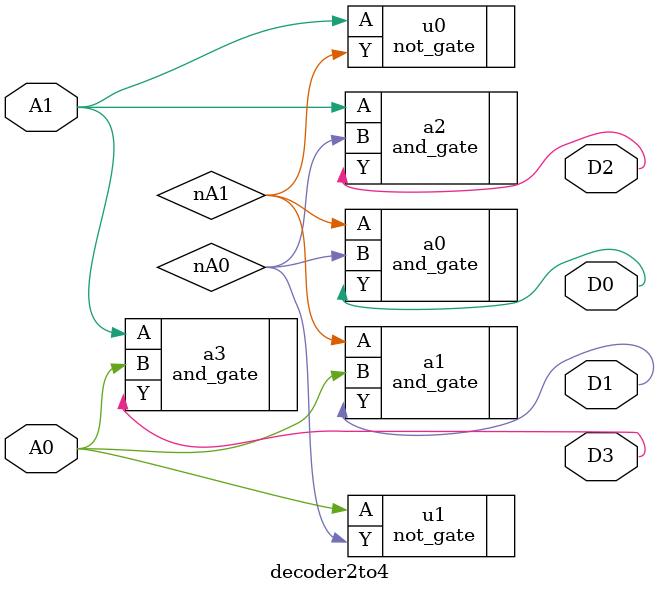
<source format=v>
`timescale 1ns/1ps


module decoder2to4 (
    input  wire A1, A0,   // 2-bit input
    output wire D0, D1, D2, D3 // selects only one
);
    wire nA1, nA0;

    not_gate u0 (.A(A1), .Y(nA1));
    not_gate u1 (.A(A0), .Y(nA0));

    and_gate a0 (.A(nA1), .B(nA0), .Y(D0)); // 00
    and_gate a1 (.A(nA1), .B(A0),  .Y(D1)); // 01
    and_gate a2 (.A(A1),  .B(nA0), .Y(D2)); // 10
    and_gate a3 (.A(A1),  .B(A0),  .Y(D3)); // 11
endmodule

</source>
